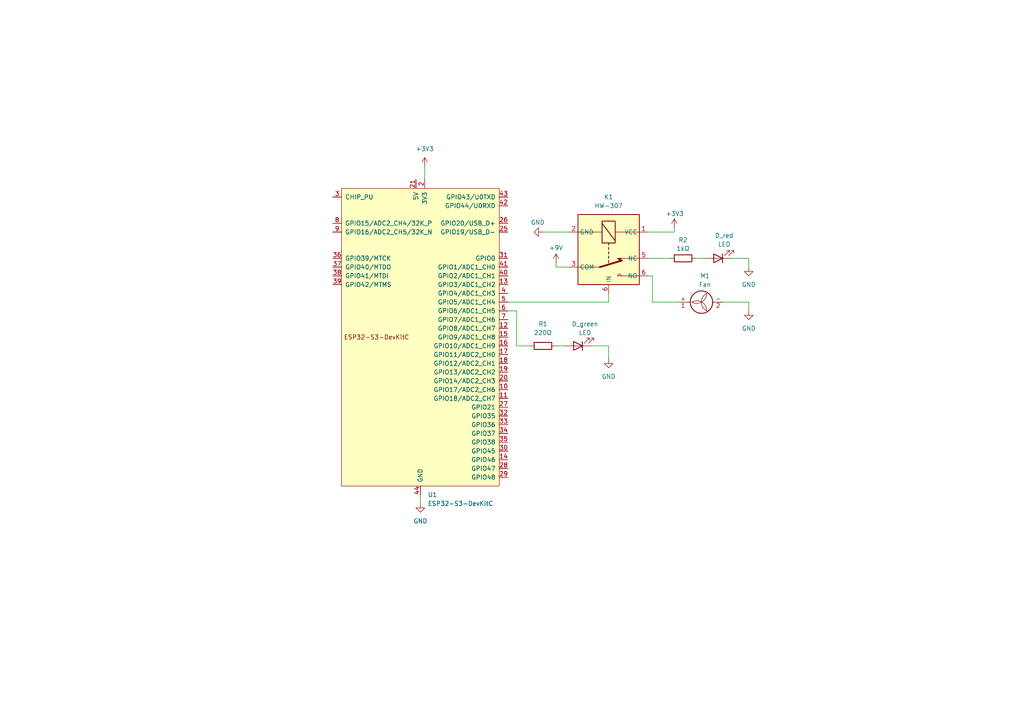
<source format=kicad_sch>
(kicad_sch (version 20250114) (generator "eeschema") (generator_version "9.0")
  (paper "A4")
  (lib_symbols
    (symbol "Device:LED" (pin_numbers (hide yes)) (pin_names (offset 1.016) (hide yes))
      (property "Reference" "D" (at 0 2.54 0))
      (property "Value" "LED" (at 0 -2.54 0))
      (symbol "LED_0_1"
        (polyline (pts (xy -3.048 -0.762) (xy -4.572 -2.286) (xy -3.81 -2.286) (xy -4.572 -2.286) (xy -4.572 -1.524)))
        (polyline (pts (xy -1.778 -0.762) (xy -3.302 -2.286) (xy -2.54 -2.286) (xy -3.302 -2.286) (xy -3.302 -1.524)))
        (polyline (pts (xy -1.27 0) (xy 1.27 0)))
        (polyline (pts (xy -1.27 -1.27) (xy -1.27 1.27)) (stroke (width 0.254)))
        (polyline (pts (xy 1.27 -1.27) (xy 1.27 1.27) (xy -1.27 0) (xy 1.27 -1.27)) (stroke (width 0.254)))
      )
      (symbol "LED_1_1"
        (pin passive line (at -3.81 0 0) (length 2.54) (name "K") (number "1"))
        (pin passive line (at 3.81 0 180) (length 2.54) (name "A") (number "2"))
      )
    )
    (symbol "Device:R" (pin_numbers (hide yes)) (pin_names (offset 0))
      (property "Reference" "R" (at 2.032 0 90))
      (property "Value" "R" (at 0 0 90))
      (symbol "R_0_1"
        (rectangle (start -1.016 -2.54) (end 1.016 2.54) (stroke (width 0.254)))
      )
      (symbol "R_1_1"
        (pin passive line (at 0 3.81 270) (length 1.27) (name "~") (number "1"))
        (pin passive line (at 0 -3.81 90) (length 1.27) (name "~") (number "2"))
      )
    )
    (symbol "HW-307_1"
      (property "Reference" "K" (at -1.016 15.494 0))
      (property "Value" "HW-307" (at -3.81 12.954 0))
      (symbol "HW-307_1_0_0"
        (polyline (pts (xy 8.89 -7.62) (xy 2.54 -7.62) (xy 3.175 -6.985) (xy 3.81 -7.62)))
      )
      (symbol "HW-307_1_0_1"
        (rectangle (start -8.89 10.16) (end 8.89 -10.16) (stroke (width 0.254)) (fill (type background)))
        (polyline (pts (xy -8.89 5.08) (xy -1.905 5.08)))
        (polyline (pts (xy -2.54 -5.08) (xy -8.89 -5.08)))
        (polyline (pts (xy -2.54 -5.08) (xy 3.81 -3.175)) (stroke (width 0.508)))
        (polyline (pts (xy -1.905 7.62) (xy 1.905 2.54)) (stroke (width 0.254)))
        (polyline (pts (xy 0 1.905) (xy 0 1.27)) (stroke (width 0.254)))
        (polyline (pts (xy 0 0.635) (xy 0 0)) (stroke (width 0.254)))
        (polyline (pts (xy 0 -0.635) (xy 0 -1.27)) (stroke (width 0.254)))
        (polyline (pts (xy 0 -1.905) (xy 0 -2.54)) (stroke (width 0.254)))
        (polyline (pts (xy 0 -3.175) (xy 0 -3.81)) (stroke (width 0.254)))
        (rectangle (start 1.905 8.255) (end -1.905 1.905) (stroke (width 0.254)))
        (polyline (pts (xy 8.89 5.08) (xy 1.905 5.08)))
        (polyline (pts (xy 8.89 -2.54) (xy 2.54 -2.54) (xy 3.175 -3.175) (xy 3.81 -2.54)) (fill (type outline)))
      )
      (symbol "HW-307_1_1_1"
        (pin passive line (at -11.43 5.08 0) (length 2.54) (name "GND") (number "2"))
        (pin passive line (at -11.43 -5.08 0) (length 2.54) (name "COM") (number "3"))
        (pin passive line (at 0 -12.7 90) (length 2.54) (name "IN") (number "6"))
        (pin passive line (at 11.43 5.08 180) (length 2.54) (name "VCC") (number "1"))
        (pin passive line (at 11.43 -2.54 180) (length 2.54) (name "NC") (number "5"))
        (pin passive line (at 11.43 -7.62 180) (length 2.54) (name "NO") (number "6"))
      )
    )
    (symbol "Motor:Fan" (pin_names (offset 0))
      (property "Reference" "M" (at 2.54 5.08 0))
      (property "Value" "Fan" (at 2.54 -2.54 0))
      (symbol "Fan_0_1"
        (arc (start 0 3.81) (mid -0.0015 0.9048) (end -2.54 -0.508))
        (polyline (pts (xy 0 4.572) (xy 0 5.08)))
        (polyline (pts (xy 0 4.2672) (xy 0 4.6228)))
        (circle (center 0 1.016) (radius 3.2512) (stroke (width 0.254)))
        (arc (start -2.54 -0.508) (mid 0 1.0618) (end 2.54 -0.508))
        (polyline (pts (xy 0 -2.2352) (xy 0 -2.6416)))
        (polyline (pts (xy 0 -5.08) (xy 0 -4.572)))
        (arc (start 2.54 -0.508) (mid 0.047 0.9315) (end 0 3.81))
      )
      (symbol "Fan_1_1"
        (pin passive line (at 0 7.62 270) (length 2.54) (name "+") (number "1"))
        (pin passive line (at 0 -5.08 90) (length 2.54) (name "-") (number "2"))
      )
    )
    (symbol "PCM_Espressif:ESP32-S3-DevKitC" (pin_names (offset 1.016))
      (property "Reference" "U" (at -22.86 48.26 0))
      (property "Value" "ESP32-S3-DevKitC" (at -22.86 45.72 0))
      (symbol "ESP32-S3-DevKitC_0_0"
        (text "ESP32-S3-DevKitC" (at -12.7 0 0) (effects (font (size 1.27 1.27))))
        (pin bidirectional line (at -25.4 15.24 0) (length 2.54) (name "GPIO42/MTMS") (number "39"))
        (pin power_in line (at 0 -45.72 90) (length 2.54) (name "GND") (number "44"))
        (pin bidirectional line (at 25.4 40.64 180) (length 2.54) (name "GPIO43/U0TXD") (number "43"))
        (pin bidirectional line (at 25.4 38.1 180) (length 2.54) (name "GPIO44/U0RXD") (number "42"))
        (pin bidirectional line (at 25.4 20.32 180) (length 2.54) (name "GPIO1/ADC1_CH0") (number "41"))
        (pin bidirectional line (at 25.4 17.78 180) (length 2.54) (name "GPIO2/ADC1_CH1") (number "40"))
        (pin bidirectional line (at 25.4 -10.16 180) (length 2.54) (name "GPIO13/ADC2_CH2") (number "19"))
        (pin bidirectional line (at 25.4 -35.56 180) (length 2.54) (name "GPIO46") (number "14"))
      )
      (symbol "ESP32-S3-DevKitC_0_1"
        (rectangle (start -22.86 43.18) (end 22.86 -43.18) (fill (type background)))
        (pin power_in line (at 1.27 45.72 270) (length 2.54) (name "3V3") (number "2"))
      )
      (symbol "ESP32-S3-DevKitC_1_1"
        (pin input line (at -25.4 40.64 0) (length 2.54) (name "CHIP_PU") (number "3"))
        (pin bidirectional line (at -25.4 33.02 0) (length 2.54) (name "GPIO15/ADC2_CH4/32K_P") (number "8"))
        (pin bidirectional line (at -25.4 30.48 0) (length 2.54) (name "GPIO16/ADC2_CH5/32K_N") (number "9"))
        (pin bidirectional line (at -25.4 22.86 0) (length 2.54) (name "GPIO39/MTCK") (number "36"))
        (pin bidirectional line (at -25.4 20.32 0) (length 2.54) (name "GPIO40/MTDO") (number "37"))
        (pin bidirectional line (at -25.4 17.78 0) (length 2.54) (name "GPIO41/MTDI") (number "38"))
        (pin power_in line (at -1.27 45.72 270) (length 2.54) (name "5V") (number "21"))
        (pin passive line (at 0 -45.72 90) (length 2.54) (hide yes) (name "GND") (number "22"))
        (pin passive line (at 0 -45.72 90) (length 2.54) (hide yes) (name "GND") (number "23"))
        (pin passive line (at 0 -45.72 90) (length 2.54) (hide yes) (name "GND") (number "24"))
        (pin passive line (at 1.27 45.72 270) (length 2.54) (hide yes) (name "3V3") (number "1"))
        (pin bidirectional line (at 25.4 33.02 180) (length 2.54) (name "GPIO20/USB_D+") (number "26"))
        (pin bidirectional line (at 25.4 30.48 180) (length 2.54) (name "GPIO19/USB_D-") (number "25"))
        (pin bidirectional line (at 25.4 22.86 180) (length 2.54) (name "GPIO0") (number "31"))
        (pin bidirectional line (at 25.4 15.24 180) (length 2.54) (name "GPIO3/ADC1_CH2") (number "13"))
        (pin bidirectional line (at 25.4 12.7 180) (length 2.54) (name "GPIO4/ADC1_CH3") (number "4"))
        (pin bidirectional line (at 25.4 10.16 180) (length 2.54) (name "GPIO5/ADC1_CH4") (number "5"))
        (pin bidirectional line (at 25.4 7.62 180) (length 2.54) (name "GPIO6/ADC1_CH5") (number "6"))
        (pin bidirectional line (at 25.4 5.08 180) (length 2.54) (name "GPIO7/ADC1_CH6") (number "7"))
        (pin bidirectional line (at 25.4 2.54 180) (length 2.54) (name "GPIO8/ADC1_CH7") (number "12"))
        (pin bidirectional line (at 25.4 0 180) (length 2.54) (name "GPIO9/ADC1_CH8") (number "15"))
        (pin bidirectional line (at 25.4 -2.54 180) (length 2.54) (name "GPIO10/ADC1_CH9") (number "16"))
        (pin bidirectional line (at 25.4 -5.08 180) (length 2.54) (name "GPIO11/ADC2_CH0") (number "17"))
        (pin bidirectional line (at 25.4 -7.62 180) (length 2.54) (name "GPIO12/ADC2_CH1") (number "18"))
        (pin bidirectional line (at 25.4 -12.7 180) (length 2.54) (name "GPIO14/ADC2_CH3") (number "20"))
        (pin bidirectional line (at 25.4 -15.24 180) (length 2.54) (name "GPIO17/ADC2_CH6") (number "10"))
        (pin bidirectional line (at 25.4 -17.78 180) (length 2.54) (name "GPIO18/ADC2_CH7") (number "11"))
        (pin bidirectional line (at 25.4 -20.32 180) (length 2.54) (name "GPIO21") (number "27"))
        (pin bidirectional line (at 25.4 -22.86 180) (length 2.54) (name "GPIO35") (number "32"))
        (pin bidirectional line (at 25.4 -25.4 180) (length 2.54) (name "GPIO36") (number "33"))
        (pin bidirectional line (at 25.4 -27.94 180) (length 2.54) (name "GPIO37") (number "34"))
        (pin bidirectional line (at 25.4 -30.48 180) (length 2.54) (name "GPIO38") (number "35"))
        (pin bidirectional line (at 25.4 -33.02 180) (length 2.54) (name "GPIO45") (number "30"))
        (pin bidirectional line (at 25.4 -38.1 180) (length 2.54) (name "GPIO47") (number "28"))
        (pin bidirectional line (at 25.4 -40.64 180) (length 2.54) (name "GPIO48") (number "29"))
      )
    )
    (symbol "power:+3V3" (power) (pin_numbers (hide yes)) (pin_names (offset 0) (hide yes))
      (property "Value" "+3V3" (at 0 3.556 0))
      (symbol "+3V3_0_1"
        (polyline (pts (xy -0.762 1.27) (xy 0 2.54)))
        (polyline (pts (xy 0 2.54) (xy 0.762 1.27)))
        (polyline (pts (xy 0 0) (xy 0 2.54)))
      )
      (symbol "+3V3_1_1"
        (pin power_in line (at 0 0 90) (length 0) (name "~") (number "1"))
      )
    )
    (symbol "power:+9V" (power) (pin_numbers (hide yes)) (pin_names (offset 0) (hide yes))
      (property "Value" "+9V" (at 0 3.556 0))
      (symbol "+9V_0_1"
        (polyline (pts (xy -0.762 1.27) (xy 0 2.54)))
        (polyline (pts (xy 0 2.54) (xy 0.762 1.27)))
        (polyline (pts (xy 0 0) (xy 0 2.54)))
      )
      (symbol "+9V_1_1"
        (pin power_in line (at 0 0 90) (length 0) (name "~") (number "1"))
      )
    )
    (symbol "power:GND" (power) (pin_numbers (hide yes)) (pin_names (offset 0) (hide yes))
      (property "Value" "GND" (at 0 -3.81 0))
      (symbol "GND_0_1"
        (polyline (pts (xy 0 0) (xy 0 -1.27) (xy 1.27 -1.27) (xy 0 -2.54) (xy -1.27 -1.27) (xy 0 -1.27)))
      )
      (symbol "GND_1_1"
        (pin power_in line (at 0 0 270) (length 0) (name "~") (number "1"))
      )
    )
  )
  (wire (pts (xy 217.17 74.93) (xy 212.09 74.93)))
  (wire (pts (xy 189.23 87.63) (xy 196.85 87.63)))
  (wire (pts (xy 201.93 74.93) (xy 204.47 74.93)))
  (wire (pts (xy 176.53 100.33) (xy 171.45 100.33)))
  (wire (pts (xy 189.23 80.01) (xy 187.96 80.01)))
  (wire (pts (xy 161.29 100.33) (xy 163.83 100.33)))
  (wire (pts (xy 176.53 104.14) (xy 176.53 100.33)))
  (wire (pts (xy 161.29 77.47) (xy 161.29 76.2)))
  (wire (pts (xy 153.67 100.33) (xy 149.86 100.33)))
  (wire (pts (xy 157.48 67.31) (xy 165.1 67.31)))
  (wire (pts (xy 217.17 77.47) (xy 217.17 74.93)))
  (wire (pts (xy 209.55 87.63) (xy 217.17 87.63)))
  (wire (pts (xy 149.86 90.17) (xy 147.32 90.17)))
  (wire (pts (xy 121.92 146.05) (xy 121.92 143.51)))
  (wire (pts (xy 161.29 77.47) (xy 165.1 77.47)))
  (wire (pts (xy 123.19 48.26) (xy 123.19 52.07)))
  (wire (pts (xy 195.58 67.31) (xy 195.58 66.04)))
  (wire (pts (xy 149.86 100.33) (xy 149.86 90.17)))
  (wire (pts (xy 147.32 87.63) (xy 176.53 87.63)))
  (wire (pts (xy 217.17 87.63) (xy 217.17 90.17)))
  (wire (pts (xy 194.31 74.93) (xy 187.96 74.93)))
  (wire (pts (xy 176.53 85.09) (xy 176.53 87.63)))
  (wire (pts (xy 187.96 67.31) (xy 195.58 67.31)))
  (wire (pts (xy 189.23 87.63) (xy 189.23 80.01)))
  (symbol (lib_id "power:GND") (at 217.17 90.17 0) (unit 1)
    (property "Reference" "#PWR04" (effects (hide yes)))
    (property "Value" "GND" (at 217.17 95.25 0))
    (property "Description" "Power symbol creates a global label with name \"GND\" , ground" (effects (hide yes)))
  )
  (symbol (lib_id "power:+9V") (at 161.29 76.2 0) (unit 1)
    (property "Reference" "#PWR06" (effects (hide yes)))
    (property "Value" "+9V" (at 161.29 71.882 0))
    (property "Description" "Power symbol creates a global label with name \"+9V\"" (effects (hide yes)))
  )
  (symbol (lib_id "power:+3V3") (at 123.19 48.26 0) (unit 1)
    (property "Reference" "#PWR02" (effects (hide yes)))
    (property "Value" "+3V3" (at 123.19 43.18 0))
    (property "Description" "Power symbol creates a global label with name \"+3V3\"" (effects (hide yes)))
  )
  (symbol (lib_id "power:GND") (at 217.17 77.47 0) (unit 1)
    (property "Reference" "#PWR03" (effects (hide yes)))
    (property "Value" "GND" (at 217.17 82.55 0))
    (property "Description" "Power symbol creates a global label with name \"GND\" , ground" (effects (hide yes)))
  )
  (symbol (lib_name "HW-307_1") (lib_id "User_Library:HW-307") (at 176.53 72.39 0) (unit 1)
    (property "Reference" "K1" (at 176.53 57.15 0))
    (property "Value" "HW-307" (at 176.53 59.69 0))
  )
  (symbol (lib_id "Device:R") (at 198.12 74.93 90) (unit 1)
    (property "Reference" "R2" (at 198.12 69.596 90))
    (property "Value" "1kΩ" (at 198.12 72.136 90))
    (property "Description" "Resistor" (effects (hide yes)))
  )
  (symbol (lib_id "power:GND") (at 176.53 104.14 0) (unit 1)
    (property "Reference" "#PWR07" (effects (hide yes)))
    (property "Value" "GND" (at 176.53 109.22 0))
    (property "Description" "Power symbol creates a global label with name \"GND\" , ground" (effects (hide yes)))
  )
  (symbol (lib_id "PCM_Espressif:ESP32-S3-DevKitC") (at 121.92 97.79 0) (unit 1)
    (property "Reference" "U1" (at 124.0633 143.51 0) (effects (justify left)))
    (property "Value" "ESP32-S3-DevKitC" (at 124.0633 146.05 0) (effects (justify left)))
    (property "Footprint" "PCM_Espressif:ESP32-S3-DevKitC" (effects (hide yes)))
    (property "Description" "ESP32-S3-DevKitC" (effects (hide yes)))
  )
  (symbol (lib_id "power:+3V3") (at 195.58 66.04 0) (unit 1)
    (property "Reference" "#PWR05" (effects (hide yes)))
    (property "Value" "+3V3" (at 193.04 61.976 0) (effects (justify left)))
    (property "Description" "Power symbol creates a global label with name \"+3V3\"" (effects (hide yes)))
  )
  (symbol (lib_id "Device:R") (at 157.48 100.33 90) (unit 1)
    (property "Reference" "R1" (at 157.48 93.98 90))
    (property "Value" "220Ω" (at 157.48 96.52 90))
    (property "Description" "Resistor" (effects (hide yes)))
  )
  (symbol (lib_id "Device:LED") (at 167.64 100.33 180) (unit 1)
    (property "Reference" "D_green" (at 169.672 93.98 0))
    (property "Value" "LED" (at 169.672 96.52 0))
    (property "Description" "Light emitting diode" (effects (hide yes)))
    (property "Sim.Pins" "1=K 2=A" (effects (hide yes)))
  )
  (symbol (lib_id "Device:LED") (at 208.28 74.93 180) (unit 1)
    (property "Reference" "D_red" (at 210.058 68.326 0))
    (property "Value" "LED" (at 210.058 70.866 0))
    (property "Description" "Light emitting diode" (effects (hide yes)))
    (property "Sim.Pins" "1=K 2=A" (effects (hide yes)))
  )
  (symbol (lib_id "power:GND") (at 121.92 146.05 0) (unit 1)
    (property "Reference" "#PWR01" (effects (hide yes)))
    (property "Value" "GND" (at 121.92 151.13 0))
    (property "Description" "Power symbol creates a global label with name \"GND\" , ground" (effects (hide yes)))
  )
  (symbol (lib_id "Motor:Fan") (at 204.47 87.63 90) (unit 1)
    (property "Reference" "M1" (at 204.47 80.01 90))
    (property "Value" "Fan" (at 204.47 82.55 90))
    (property "Description" "Fan" (effects (hide yes)))
  )
  (symbol (lib_id "power:GND") (at 157.48 67.31 270) (unit 1)
    (property "Reference" "#PWR08" (effects (hide yes)))
    (property "Value" "GND" (at 153.924 64.516 90) (effects (justify left)))
    (property "Description" "Power symbol creates a global label with name \"GND\" , ground" (effects (hide yes)))
  )
)
</source>
